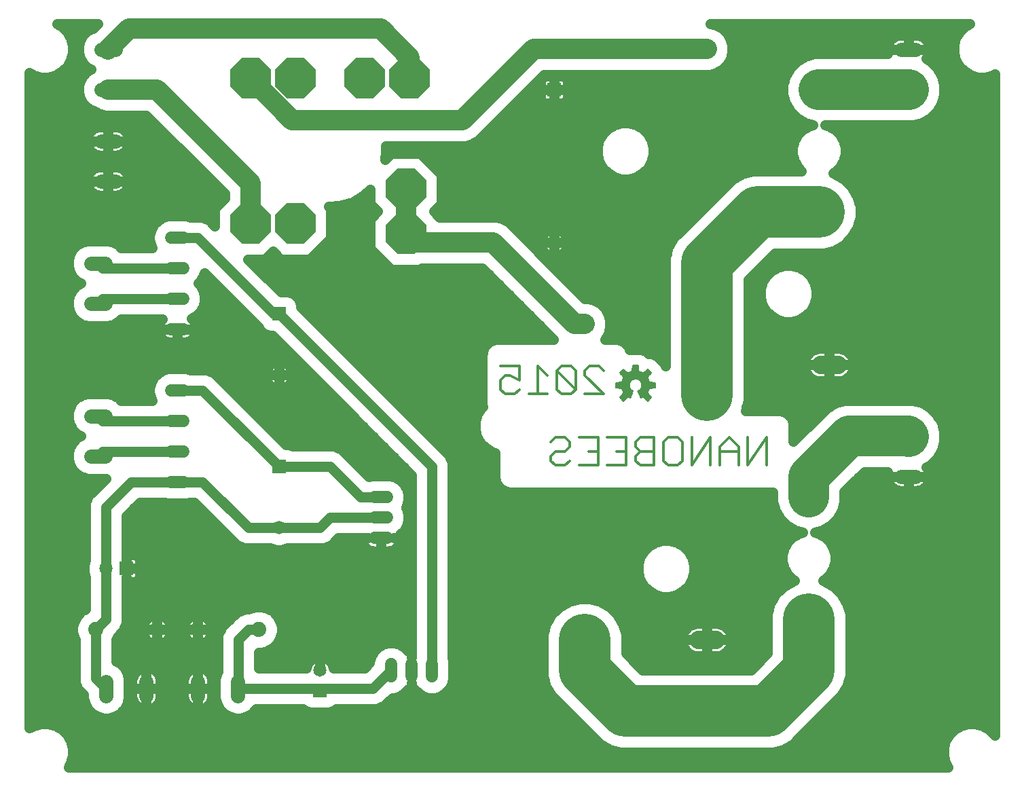
<source format=gbl>
G75*
%MOIN*%
%OFA0B0*%
%FSLAX24Y24*%
%IPPOS*%
%LPD*%
%AMOC8*
5,1,8,0,0,1.08239X$1,22.5*
%
%ADD10C,0.0120*%
%ADD11C,0.0600*%
%ADD12C,0.1000*%
%ADD13C,0.0740*%
%ADD14C,0.0700*%
%ADD15C,0.0660*%
%ADD16R,0.0650X0.0650*%
%ADD17C,0.0885*%
%ADD18OC8,0.2000*%
%ADD19C,0.0059*%
%ADD20C,0.0650*%
%ADD21C,0.0500*%
%ADD22C,0.2540*%
%ADD23C,0.2000*%
%ADD24C,0.0160*%
D10*
X024726Y019640D02*
X024726Y020101D01*
X024956Y020331D01*
X025186Y020331D01*
X025646Y020101D01*
X025646Y020791D01*
X024726Y020791D01*
X024726Y019640D02*
X024956Y019410D01*
X025416Y019410D01*
X025646Y019640D01*
X026107Y019410D02*
X027028Y019410D01*
X026567Y019410D02*
X026567Y020791D01*
X027028Y020331D01*
X027488Y020561D02*
X027718Y020791D01*
X028179Y020791D01*
X028409Y020561D01*
X028409Y019640D01*
X027488Y020561D01*
X027488Y019640D01*
X027718Y019410D01*
X028179Y019410D01*
X028409Y019640D01*
X028869Y019410D02*
X029790Y019410D01*
X028869Y020331D01*
X028869Y020561D01*
X029099Y020791D01*
X029560Y020791D01*
X029790Y020561D01*
X029963Y017291D02*
X030884Y017291D01*
X030884Y015910D01*
X029963Y015910D01*
X029503Y015910D02*
X028582Y015910D01*
X028122Y016140D02*
X027892Y015910D01*
X027431Y015910D01*
X027201Y016140D01*
X027201Y016370D01*
X027431Y016601D01*
X027892Y016601D01*
X028122Y016831D01*
X028122Y017061D01*
X027892Y017291D01*
X027431Y017291D01*
X027201Y017061D01*
X028582Y017291D02*
X029503Y017291D01*
X029503Y015910D01*
X029503Y016601D02*
X029043Y016601D01*
X030424Y016601D02*
X030884Y016601D01*
X031344Y016831D02*
X031344Y017061D01*
X031575Y017291D01*
X032265Y017291D01*
X032265Y015910D01*
X031575Y015910D01*
X031344Y016140D01*
X031344Y016370D01*
X031575Y016601D01*
X032265Y016601D01*
X032726Y016140D02*
X032726Y017061D01*
X032956Y017291D01*
X033416Y017291D01*
X033646Y017061D01*
X033646Y016140D01*
X033416Y015910D01*
X032956Y015910D01*
X032726Y016140D01*
X031575Y016601D02*
X031344Y016831D01*
X034107Y017291D02*
X034107Y015910D01*
X035028Y017291D01*
X035028Y015910D01*
X035488Y015910D02*
X035488Y016831D01*
X035948Y017291D01*
X036409Y016831D01*
X036409Y015910D01*
X036869Y015910D02*
X036869Y017291D01*
X036409Y016601D02*
X035488Y016601D01*
X036869Y015910D02*
X037790Y017291D01*
X037790Y015910D01*
D11*
X021350Y006150D02*
X021350Y005550D01*
X020350Y005550D02*
X020350Y006150D01*
X019350Y006150D02*
X019350Y005550D01*
X019150Y012350D02*
X018550Y012350D01*
X018550Y013350D02*
X019150Y013350D01*
X019150Y014350D02*
X018550Y014350D01*
X009150Y015100D02*
X008550Y015100D01*
X008550Y016600D02*
X009150Y016600D01*
X009150Y018100D02*
X008550Y018100D01*
X008550Y019600D02*
X009150Y019600D01*
X009150Y022600D02*
X008550Y022600D01*
X008550Y024100D02*
X009150Y024100D01*
X009150Y025600D02*
X008550Y025600D01*
X008550Y027100D02*
X009150Y027100D01*
D12*
X012440Y027790D02*
X012440Y029760D01*
X007850Y034350D01*
X005472Y034350D01*
X005456Y034366D01*
X005456Y036334D02*
X006472Y037350D01*
X018850Y037350D01*
X020260Y035940D01*
X020260Y034910D01*
X022850Y032850D02*
X024350Y034350D01*
X026350Y036350D01*
X034850Y036350D01*
X039850Y034350D02*
X040850Y034350D01*
X040850Y028350D02*
X039850Y028350D01*
X028850Y022850D02*
X028350Y022850D01*
X024350Y026850D01*
X020350Y026850D01*
X020100Y027100D01*
X020100Y029450D01*
X020070Y029480D01*
X022850Y032850D02*
X014500Y032850D01*
X012440Y034910D01*
X039350Y014350D02*
X040350Y014350D01*
X040350Y008350D02*
X039350Y008350D01*
D13*
X028850Y005850D03*
X012850Y007850D03*
X009850Y007850D03*
X007850Y007850D03*
X004850Y007850D03*
X028850Y022850D03*
X034850Y019350D03*
X034850Y036350D03*
D14*
X044394Y036334D02*
X045094Y036334D01*
X045094Y034366D02*
X044394Y034366D01*
X044394Y017334D02*
X045094Y017334D01*
X045094Y015366D02*
X044394Y015366D01*
X011834Y005306D02*
X011834Y004606D01*
X009866Y004606D02*
X009866Y005306D01*
X007334Y005306D02*
X007334Y004606D01*
X005366Y004606D02*
X005366Y005306D01*
X005306Y016366D02*
X004606Y016366D01*
X004606Y018334D02*
X005306Y018334D01*
X005306Y023866D02*
X004606Y023866D01*
X004606Y025834D02*
X005306Y025834D01*
X005106Y029866D02*
X005806Y029866D01*
X005806Y031834D02*
X005106Y031834D01*
X005106Y034366D02*
X005806Y034366D01*
X005806Y036334D02*
X005106Y036334D01*
D15*
X024350Y034350D03*
X027350Y026850D03*
X013850Y020350D03*
X013850Y012850D03*
D16*
X013850Y015850D03*
X006350Y010850D03*
X015850Y004850D03*
X013850Y023350D03*
X024350Y026850D03*
X027350Y034350D03*
D17*
X034408Y020850D02*
X035293Y020850D01*
X040408Y020850D02*
X041293Y020850D01*
X035293Y007350D02*
X034408Y007350D01*
X029293Y007350D02*
X028408Y007350D01*
D18*
X020070Y027280D03*
X020070Y029480D03*
X014640Y027790D03*
X012440Y027790D03*
X012440Y034910D03*
X014640Y034910D03*
X018060Y034910D03*
X020260Y034910D03*
D19*
X030744Y020626D02*
X030574Y020456D01*
X030776Y020209D01*
X030725Y020109D01*
X030691Y020002D01*
X030373Y019970D01*
X030373Y019730D01*
X030691Y019698D01*
X030725Y019591D01*
X030776Y019491D01*
X030574Y019244D01*
X030744Y019074D01*
X030991Y019276D01*
X031091Y019225D01*
X031232Y019566D01*
X031179Y019594D01*
X031132Y019632D01*
X031094Y019679D01*
X031066Y019732D01*
X031048Y019790D01*
X031042Y019850D01*
X031049Y019913D01*
X031068Y019973D01*
X031099Y020028D01*
X031141Y020075D01*
X031191Y020113D01*
X031248Y020140D01*
X031310Y020155D01*
X031373Y020157D01*
X031435Y020146D01*
X031494Y020122D01*
X031546Y020087D01*
X031590Y020042D01*
X031625Y019989D01*
X031647Y019930D01*
X031657Y019867D01*
X031654Y019804D01*
X031638Y019743D01*
X031610Y019686D01*
X031572Y019637D01*
X031523Y019596D01*
X031468Y019566D01*
X031609Y019225D01*
X031709Y019276D01*
X031956Y019074D01*
X032126Y019244D01*
X031924Y019491D01*
X031975Y019591D01*
X032009Y019698D01*
X032327Y019730D01*
X032327Y019970D01*
X032009Y020002D01*
X031975Y020109D01*
X031924Y020209D01*
X032126Y020456D01*
X031956Y020626D01*
X031709Y020424D01*
X031609Y020475D01*
X031502Y020509D01*
X031470Y020827D01*
X031230Y020827D01*
X031198Y020509D01*
X031091Y020475D01*
X030991Y020424D01*
X030744Y020626D01*
X030699Y020581D02*
X030799Y020581D01*
X030870Y020523D02*
X030641Y020523D01*
X030584Y020466D02*
X030940Y020466D01*
X031072Y020466D02*
X031628Y020466D01*
X031760Y020466D02*
X032116Y020466D01*
X032086Y020408D02*
X030614Y020408D01*
X030661Y020350D02*
X032039Y020350D01*
X031993Y020293D02*
X030707Y020293D01*
X030754Y020235D02*
X031946Y020235D01*
X031940Y020178D02*
X030760Y020178D01*
X030731Y020120D02*
X031206Y020120D01*
X031129Y020063D02*
X030710Y020063D01*
X030692Y020005D02*
X031086Y020005D01*
X031060Y019948D02*
X030373Y019948D01*
X030373Y019890D02*
X031047Y019890D01*
X031044Y019832D02*
X030373Y019832D01*
X030373Y019775D02*
X031053Y019775D01*
X031074Y019717D02*
X030499Y019717D01*
X030703Y019660D02*
X031110Y019660D01*
X031169Y019602D02*
X030721Y019602D01*
X030749Y019545D02*
X031223Y019545D01*
X031200Y019487D02*
X030773Y019487D01*
X030726Y019430D02*
X031176Y019430D01*
X031152Y019372D02*
X030679Y019372D01*
X030632Y019314D02*
X031128Y019314D01*
X031104Y019257D02*
X031029Y019257D01*
X030968Y019257D02*
X030585Y019257D01*
X030619Y019199D02*
X030897Y019199D01*
X030827Y019142D02*
X030677Y019142D01*
X030734Y019084D02*
X030756Y019084D01*
X031524Y019430D02*
X031974Y019430D01*
X031927Y019487D02*
X031500Y019487D01*
X031477Y019545D02*
X031951Y019545D01*
X031979Y019602D02*
X031531Y019602D01*
X031590Y019660D02*
X031997Y019660D01*
X032201Y019717D02*
X031626Y019717D01*
X031647Y019775D02*
X032327Y019775D01*
X032327Y019832D02*
X031655Y019832D01*
X031653Y019890D02*
X032327Y019890D01*
X032327Y019948D02*
X031640Y019948D01*
X031614Y020005D02*
X032008Y020005D01*
X031990Y020063D02*
X031570Y020063D01*
X031496Y020120D02*
X031969Y020120D01*
X032059Y020523D02*
X031830Y020523D01*
X031901Y020581D02*
X032001Y020581D01*
X031501Y020523D02*
X031199Y020523D01*
X031205Y020581D02*
X031495Y020581D01*
X031489Y020638D02*
X031211Y020638D01*
X031217Y020696D02*
X031483Y020696D01*
X031477Y020753D02*
X031223Y020753D01*
X031228Y020811D02*
X031472Y020811D01*
X031548Y019372D02*
X032021Y019372D01*
X032068Y019314D02*
X031572Y019314D01*
X031596Y019257D02*
X031671Y019257D01*
X031732Y019257D02*
X032115Y019257D01*
X032081Y019199D02*
X031803Y019199D01*
X031873Y019142D02*
X032023Y019142D01*
X031966Y019084D02*
X031944Y019084D01*
D20*
X015850Y005850D03*
X005350Y010850D03*
D21*
X003454Y002697D02*
X003636Y002383D01*
X003730Y002032D01*
X003730Y001668D01*
X003636Y001317D01*
X003510Y001100D01*
X046690Y001100D01*
X046564Y001317D01*
X046470Y001668D01*
X046470Y002032D01*
X046564Y002383D01*
X046746Y002697D01*
X047003Y002954D01*
X047317Y003136D01*
X047668Y003230D01*
X048032Y003230D01*
X048383Y003136D01*
X048697Y002954D01*
X048954Y002697D01*
X048970Y002670D01*
X048970Y035115D01*
X048883Y035064D01*
X048532Y034970D01*
X048168Y034970D01*
X047817Y035064D01*
X047503Y035246D01*
X047246Y035503D01*
X047064Y035817D01*
X046970Y036168D01*
X046970Y036532D01*
X047064Y036883D01*
X047246Y037197D01*
X047503Y037454D01*
X047748Y037596D01*
X035029Y037596D01*
X035332Y037515D01*
X035618Y037350D01*
X035850Y037118D01*
X036015Y036832D01*
X036100Y036515D01*
X036100Y036185D01*
X036015Y035868D01*
X035850Y035582D01*
X035618Y035350D01*
X035332Y035185D01*
X035015Y035100D01*
X026868Y035100D01*
X025118Y033350D01*
X025118Y033350D01*
X023618Y031850D01*
X023332Y031685D01*
X023015Y031600D01*
X019071Y031600D01*
X019100Y031350D01*
X019052Y030937D01*
X019345Y031230D01*
X020795Y031230D01*
X021820Y030205D01*
X021820Y028755D01*
X021445Y028380D01*
X021725Y028100D01*
X024515Y028100D01*
X024832Y028015D01*
X025118Y027850D01*
X028868Y024100D01*
X029015Y024100D01*
X029332Y024015D01*
X029618Y023850D01*
X029850Y023618D01*
X030015Y023332D01*
X030100Y023015D01*
X030100Y022685D01*
X030015Y022368D01*
X029860Y022100D01*
X030373Y022100D01*
X030418Y022097D01*
X030463Y022092D01*
X030507Y022084D01*
X030551Y022073D01*
X030595Y022059D01*
X030637Y022043D01*
X030678Y022025D01*
X030719Y022004D01*
X030757Y021980D01*
X030795Y021954D01*
X030830Y021926D01*
X030864Y021896D01*
X030896Y021864D01*
X030926Y021830D01*
X030954Y021795D01*
X030980Y021757D01*
X031004Y021719D01*
X031025Y021678D01*
X031043Y021637D01*
X031058Y021599D01*
X031075Y021606D01*
X031116Y021606D01*
X031155Y021618D01*
X031270Y021606D01*
X031430Y021606D01*
X031545Y021618D01*
X031584Y021606D01*
X031625Y021606D01*
X031732Y021562D01*
X031843Y021529D01*
X031874Y021503D01*
X031912Y021488D01*
X031993Y021406D01*
X031994Y021405D01*
X031996Y021405D01*
X032111Y021405D01*
X032149Y021390D01*
X032189Y021385D01*
X032291Y021331D01*
X032398Y021286D01*
X032426Y021258D01*
X032462Y021238D01*
X032535Y021149D01*
X032649Y021035D01*
X032738Y020962D01*
X032758Y020926D01*
X032786Y020898D01*
X032830Y020792D01*
X032830Y026116D01*
X032968Y026630D01*
X033234Y027090D01*
X033610Y027466D01*
X036110Y029966D01*
X036570Y030232D01*
X037084Y030370D01*
X039492Y030370D01*
X039310Y030552D01*
X039139Y030848D01*
X039050Y031179D01*
X039050Y031521D01*
X039139Y031852D01*
X039310Y032148D01*
X039552Y032390D01*
X039848Y032561D01*
X040056Y032617D01*
X039675Y032719D01*
X039275Y032950D01*
X038950Y033275D01*
X038719Y033675D01*
X038600Y034120D01*
X038600Y034580D01*
X038719Y035025D01*
X038950Y035425D01*
X038965Y035440D01*
X039291Y035766D01*
X039690Y035996D01*
X040135Y036116D01*
X043728Y036116D01*
X043706Y036197D01*
X043694Y036288D01*
X043694Y036334D01*
X044744Y036334D01*
X044744Y036334D01*
X045794Y036334D01*
X045794Y036288D01*
X045782Y036197D01*
X045758Y036109D01*
X045723Y036024D01*
X045677Y035945D01*
X045625Y035877D01*
X045818Y035766D01*
X046144Y035440D01*
X046374Y035041D01*
X046494Y034596D01*
X046494Y034135D01*
X046374Y033690D01*
X046144Y033291D01*
X045818Y032965D01*
X045419Y032735D01*
X044974Y032616D01*
X040649Y032616D01*
X040852Y032561D01*
X041148Y032390D01*
X041390Y032148D01*
X041561Y031852D01*
X041650Y031521D01*
X041650Y031179D01*
X041561Y030848D01*
X041390Y030552D01*
X041148Y030310D01*
X041051Y030253D01*
X041130Y030232D01*
X041590Y029966D01*
X041966Y029590D01*
X042232Y029130D01*
X042370Y028616D01*
X042370Y028084D01*
X042232Y027570D01*
X041966Y027110D01*
X041590Y026734D01*
X041130Y026468D01*
X040616Y026330D01*
X038187Y026330D01*
X036870Y025013D01*
X036870Y019084D01*
X036740Y018600D01*
X038373Y018600D01*
X038418Y018597D01*
X038463Y018592D01*
X038507Y018584D01*
X038551Y018573D01*
X038595Y018559D01*
X038637Y018543D01*
X038678Y018525D01*
X038719Y018504D01*
X038757Y018480D01*
X038795Y018454D01*
X038830Y018426D01*
X038864Y018396D01*
X038896Y018364D01*
X038926Y018330D01*
X038954Y018295D01*
X038980Y018257D01*
X039004Y018219D01*
X039025Y018178D01*
X039043Y018137D01*
X039059Y018095D01*
X039073Y018051D01*
X039084Y018007D01*
X039092Y017963D01*
X039097Y017918D01*
X039100Y017873D01*
X039100Y017075D01*
X040775Y018750D01*
X041175Y018981D01*
X041620Y019100D01*
X044958Y019100D01*
X045403Y018981D01*
X045802Y018750D01*
X046128Y018425D01*
X046144Y018409D01*
X046374Y018010D01*
X046494Y017565D01*
X046494Y017104D01*
X046374Y016659D01*
X046144Y016260D01*
X045818Y015934D01*
X045625Y015823D01*
X045677Y015755D01*
X045723Y015676D01*
X045758Y015591D01*
X045782Y015503D01*
X045794Y015412D01*
X045794Y015366D01*
X044744Y015366D01*
X044744Y015366D01*
X045794Y015366D01*
X045794Y015320D01*
X045782Y015229D01*
X045758Y015140D01*
X045723Y015055D01*
X045677Y014976D01*
X045621Y014903D01*
X045556Y014838D01*
X045483Y014782D01*
X045404Y014737D01*
X045319Y014701D01*
X045231Y014678D01*
X045140Y014666D01*
X044744Y014666D01*
X044744Y015366D01*
X044744Y015366D01*
X044744Y015366D01*
X043694Y015366D01*
X043694Y015412D01*
X043706Y015503D01*
X043729Y015591D01*
X043733Y015600D01*
X042575Y015600D01*
X041600Y014625D01*
X041600Y014120D01*
X041481Y013675D01*
X041250Y013275D01*
X040925Y012950D01*
X040525Y012719D01*
X040144Y012617D01*
X040352Y012561D01*
X040648Y012390D01*
X040890Y012148D01*
X041061Y011852D01*
X041150Y011521D01*
X041150Y011179D01*
X041061Y010848D01*
X040890Y010552D01*
X040648Y010310D01*
X040551Y010253D01*
X040630Y010232D01*
X041090Y009966D01*
X041466Y009590D01*
X041732Y009130D01*
X041870Y008616D01*
X041870Y005584D01*
X041732Y005070D01*
X041466Y004610D01*
X039466Y002610D01*
X039090Y002234D01*
X038630Y001968D01*
X038116Y001830D01*
X030584Y001830D01*
X030070Y001968D01*
X029610Y002234D01*
X027234Y004610D01*
X026968Y005070D01*
X026830Y005584D01*
X026830Y007616D01*
X026968Y008130D01*
X027234Y008590D01*
X027610Y008966D01*
X028070Y009232D01*
X028584Y009370D01*
X029116Y009370D01*
X029630Y009232D01*
X030090Y008966D01*
X030466Y008590D01*
X030732Y008130D01*
X030870Y007616D01*
X030870Y006687D01*
X031687Y005870D01*
X037013Y005870D01*
X037830Y006687D01*
X037830Y008616D01*
X037968Y009130D01*
X038234Y009590D01*
X038610Y009966D01*
X039070Y010232D01*
X039149Y010253D01*
X039052Y010310D01*
X038810Y010552D01*
X038639Y010848D01*
X038550Y011179D01*
X038550Y011521D01*
X038639Y011852D01*
X038810Y012148D01*
X039052Y012390D01*
X039348Y012561D01*
X039556Y012617D01*
X039175Y012719D01*
X038775Y012950D01*
X038450Y013275D01*
X038219Y013675D01*
X038100Y014120D01*
X038100Y014600D01*
X025186Y014600D01*
X025141Y014603D01*
X025096Y014608D01*
X025051Y014616D01*
X025007Y014627D01*
X024964Y014641D01*
X024922Y014657D01*
X024880Y014675D01*
X024840Y014696D01*
X024801Y014720D01*
X024764Y014746D01*
X024728Y014774D01*
X024694Y014804D01*
X024662Y014836D01*
X024632Y014870D01*
X024604Y014905D01*
X024579Y014943D01*
X024555Y014981D01*
X024534Y015022D01*
X024515Y015063D01*
X024499Y015105D01*
X024486Y015149D01*
X024475Y015193D01*
X024467Y015237D01*
X024461Y015282D01*
X024459Y015327D01*
X024459Y016526D01*
X024317Y016564D01*
X024003Y016746D01*
X023746Y017003D01*
X023564Y017317D01*
X023470Y017668D01*
X023470Y018032D01*
X023564Y018383D01*
X023746Y018697D01*
X023837Y018789D01*
X023835Y018827D01*
X023835Y021373D01*
X023838Y021418D01*
X023843Y021463D01*
X023851Y021507D01*
X023862Y021551D01*
X023876Y021595D01*
X023892Y021637D01*
X023910Y021678D01*
X023931Y021719D01*
X023955Y021757D01*
X023980Y021795D01*
X024008Y021830D01*
X024038Y021864D01*
X024071Y021896D01*
X024104Y021926D01*
X024140Y021954D01*
X024177Y021980D01*
X024216Y022004D01*
X024256Y022025D01*
X024298Y022043D01*
X024340Y022059D01*
X024383Y022073D01*
X024427Y022084D01*
X024472Y022092D01*
X024517Y022097D01*
X024562Y022100D01*
X027332Y022100D01*
X023832Y025600D01*
X020865Y025600D01*
X020795Y025530D01*
X019345Y025530D01*
X018320Y026555D01*
X018320Y028005D01*
X018695Y028380D01*
X018320Y028755D01*
X018320Y029453D01*
X017992Y029144D01*
X017992Y029144D01*
X017439Y028825D01*
X017439Y028825D01*
X016828Y028642D01*
X016828Y028642D01*
X016294Y028611D01*
X016390Y028515D01*
X016390Y027065D01*
X015365Y026040D01*
X013915Y026040D01*
X013540Y026415D01*
X013165Y026040D01*
X012324Y026040D01*
X013939Y024425D01*
X014324Y024425D01*
X014600Y024311D01*
X014811Y024100D01*
X014925Y023824D01*
X014925Y023689D01*
X021916Y016698D01*
X021916Y016698D01*
X022198Y016416D01*
X022350Y016049D01*
X022350Y006475D01*
X022400Y006288D01*
X022400Y005412D01*
X022328Y005145D01*
X022190Y004905D01*
X021995Y004710D01*
X021755Y004572D01*
X021488Y004500D01*
X021212Y004500D01*
X020945Y004572D01*
X020705Y004710D01*
X020510Y004905D01*
X020502Y004918D01*
X020477Y004911D01*
X020393Y004900D01*
X020350Y004900D01*
X020350Y005225D01*
X020350Y005225D01*
X020350Y004900D01*
X020307Y004900D01*
X020223Y004911D01*
X020198Y004918D01*
X020190Y004905D01*
X019995Y004710D01*
X019755Y004572D01*
X019488Y004500D01*
X019414Y004500D01*
X019304Y004390D01*
X019023Y004109D01*
X018655Y003956D01*
X016667Y003956D01*
X016600Y003889D01*
X016324Y003775D01*
X015376Y003775D01*
X015100Y003889D01*
X015033Y003956D01*
X012729Y003956D01*
X012714Y003931D01*
X012510Y003726D01*
X012259Y003581D01*
X011979Y003506D01*
X011689Y003506D01*
X011410Y003581D01*
X011159Y003726D01*
X010954Y003931D01*
X010809Y004182D01*
X010734Y004461D01*
X010734Y005451D01*
X010809Y005731D01*
X010850Y005802D01*
X010850Y007549D01*
X011002Y007916D01*
X011502Y008416D01*
X011784Y008698D01*
X012151Y008850D01*
X012342Y008850D01*
X012418Y008894D01*
X012703Y008970D01*
X012997Y008970D01*
X013282Y008894D01*
X013538Y008746D01*
X013746Y008538D01*
X013894Y008282D01*
X013970Y007997D01*
X013970Y007703D01*
X013894Y007418D01*
X013746Y007162D01*
X013538Y006954D01*
X013282Y006806D01*
X012997Y006730D01*
X012850Y006730D01*
X012850Y005956D01*
X015183Y005956D01*
X015187Y005982D01*
X015209Y006067D01*
X015243Y006149D01*
X015288Y006226D01*
X015341Y006296D01*
X015404Y006359D01*
X015474Y006412D01*
X015551Y006457D01*
X015633Y006491D01*
X015718Y006513D01*
X015806Y006525D01*
X015850Y006525D01*
X015850Y005956D01*
X015850Y006525D01*
X015894Y006525D01*
X015982Y006513D01*
X016067Y006491D01*
X016149Y006457D01*
X016226Y006412D01*
X016296Y006359D01*
X016359Y006296D01*
X016412Y006226D01*
X016457Y006149D01*
X016491Y006067D01*
X016513Y005982D01*
X016517Y005956D01*
X018042Y005956D01*
X018300Y006214D01*
X018300Y006288D01*
X018372Y006555D01*
X018510Y006795D01*
X018705Y006990D01*
X018945Y007128D01*
X019212Y007200D01*
X019488Y007200D01*
X019755Y007128D01*
X019995Y006990D01*
X020190Y006795D01*
X020198Y006782D01*
X020223Y006789D01*
X020307Y006800D01*
X020350Y006800D01*
X020350Y006475D01*
X020350Y006475D01*
X020350Y015436D01*
X013511Y022275D01*
X013376Y022275D01*
X013100Y022389D01*
X012889Y022600D01*
X012856Y022679D01*
X012752Y022784D01*
X010173Y025362D01*
X010128Y025195D01*
X009990Y024955D01*
X009885Y024850D01*
X009990Y024745D01*
X010128Y024505D01*
X010200Y024238D01*
X010200Y023962D01*
X010128Y023695D01*
X009990Y023455D01*
X009795Y023260D01*
X009555Y023122D01*
X009542Y023118D01*
X009579Y023090D01*
X009640Y023029D01*
X009692Y022962D01*
X009734Y022888D01*
X009767Y022809D01*
X009789Y022727D01*
X009800Y022643D01*
X009800Y022600D01*
X008850Y022600D01*
X008850Y022600D01*
X009800Y022600D01*
X009800Y022557D01*
X009789Y022473D01*
X009767Y022391D01*
X009734Y022312D01*
X009692Y022238D01*
X009640Y022171D01*
X009579Y022110D01*
X009512Y022058D01*
X009438Y022016D01*
X009359Y021983D01*
X009277Y021961D01*
X009193Y021950D01*
X008850Y021950D01*
X008850Y022600D01*
X008850Y022600D01*
X008850Y022600D01*
X007900Y022600D01*
X007900Y022643D01*
X007911Y022727D01*
X007933Y022809D01*
X007966Y022888D01*
X008008Y022962D01*
X008060Y023029D01*
X008121Y023090D01*
X008134Y023100D01*
X006096Y023100D01*
X005982Y022986D01*
X005731Y022841D01*
X005451Y022766D01*
X004461Y022766D01*
X004182Y022841D01*
X003931Y022986D01*
X003726Y023190D01*
X003581Y023441D01*
X003506Y023721D01*
X003506Y024011D01*
X003581Y024290D01*
X001600Y024290D01*
X001600Y024789D02*
X004005Y024789D01*
X003931Y024746D02*
X004111Y024850D01*
X003931Y024954D01*
X003726Y025159D01*
X003581Y025410D01*
X003506Y025689D01*
X003506Y025979D01*
X003581Y026259D01*
X003726Y026510D01*
X003931Y026714D01*
X004182Y026859D01*
X004461Y026934D01*
X005451Y026934D01*
X005731Y026859D01*
X005982Y026714D01*
X006096Y026600D01*
X007626Y026600D01*
X007572Y026695D01*
X007500Y026962D01*
X007500Y027238D01*
X007572Y027505D01*
X007710Y027745D01*
X007905Y027940D01*
X008145Y028078D01*
X008412Y028150D01*
X009288Y028150D01*
X009475Y028100D01*
X010049Y028100D01*
X010416Y027948D01*
X010690Y027674D01*
X010690Y028515D01*
X011190Y029015D01*
X011190Y029242D01*
X007332Y033100D01*
X005307Y033100D01*
X004990Y033185D01*
X004754Y033321D01*
X004682Y033341D01*
X004431Y033486D01*
X004226Y033690D01*
X004081Y033941D01*
X004006Y034221D01*
X004006Y034511D01*
X004081Y034790D01*
X004226Y035041D01*
X004431Y035246D01*
X004611Y035350D01*
X004431Y035454D01*
X004226Y035659D01*
X004081Y035910D01*
X004006Y036189D01*
X004006Y036479D01*
X004081Y036759D01*
X004226Y037010D01*
X004431Y037214D01*
X004682Y037359D01*
X004725Y037371D01*
X004950Y037596D01*
X002952Y037596D01*
X003197Y037454D01*
X003454Y037197D01*
X003636Y036883D01*
X003730Y036532D01*
X003730Y036168D01*
X003636Y035817D01*
X003454Y035503D01*
X003197Y035246D01*
X002883Y035064D01*
X002532Y034970D01*
X002168Y034970D01*
X001817Y035064D01*
X001600Y035190D01*
X001600Y003010D01*
X001817Y003136D01*
X002168Y003230D01*
X002532Y003230D01*
X002883Y003136D01*
X003197Y002954D01*
X003454Y002697D01*
X003297Y002854D02*
X028989Y002854D01*
X028490Y003353D02*
X001600Y003353D01*
X001600Y003851D02*
X004565Y003851D01*
X004486Y003931D02*
X004690Y003726D01*
X004941Y003581D01*
X005221Y003506D01*
X005511Y003506D01*
X005790Y003581D01*
X006041Y003726D01*
X006246Y003931D01*
X006391Y004182D01*
X006466Y004461D01*
X006466Y005451D01*
X006391Y005731D01*
X006246Y005982D01*
X006041Y006187D01*
X005850Y006297D01*
X005850Y007342D01*
X005894Y007418D01*
X005916Y007502D01*
X005916Y007502D01*
X005916Y007502D01*
X006198Y007784D01*
X006350Y008151D01*
X006350Y010432D01*
X006350Y010432D01*
X006350Y010175D01*
X006709Y010175D01*
X006777Y010188D01*
X006841Y010215D01*
X006898Y010253D01*
X006947Y010302D01*
X006985Y010359D01*
X007012Y010423D01*
X007025Y010491D01*
X007025Y010850D01*
X007025Y011209D01*
X007012Y011277D01*
X006985Y011341D01*
X006947Y011398D01*
X006898Y011447D01*
X006841Y011485D01*
X006777Y011512D01*
X006709Y011525D01*
X006350Y011525D01*
X006350Y011268D01*
X006350Y013436D01*
X007014Y014100D01*
X008225Y014100D01*
X008412Y014050D01*
X009288Y014050D01*
X009475Y014100D01*
X009686Y014100D01*
X011502Y012284D01*
X011784Y012002D01*
X012151Y011850D01*
X013422Y011850D01*
X013433Y011844D01*
X013708Y011770D01*
X013992Y011770D01*
X014267Y011844D01*
X014278Y011850D01*
X016049Y011850D01*
X016416Y012002D01*
X016764Y012350D01*
X018225Y012350D01*
X018225Y012350D01*
X017900Y012350D01*
X017900Y012307D01*
X017911Y012223D01*
X017933Y012141D01*
X017966Y012062D01*
X018008Y011988D01*
X018060Y011921D01*
X018121Y011860D01*
X018188Y011808D01*
X018262Y011766D01*
X018341Y011733D01*
X018423Y011711D01*
X018507Y011700D01*
X018850Y011700D01*
X019193Y011700D01*
X019277Y011711D01*
X019359Y011733D01*
X019438Y011766D01*
X019512Y011808D01*
X019579Y011860D01*
X019640Y011921D01*
X019692Y011988D01*
X019734Y012062D01*
X019767Y012141D01*
X019789Y012223D01*
X019800Y012307D01*
X019800Y012350D01*
X019800Y012393D01*
X019789Y012477D01*
X019782Y012502D01*
X019795Y012510D01*
X019990Y012705D01*
X020128Y012945D01*
X020200Y013212D01*
X020200Y013488D01*
X020128Y013755D01*
X020074Y013850D01*
X020128Y013945D01*
X020200Y014212D01*
X020200Y014488D01*
X020128Y014755D01*
X019990Y014995D01*
X019795Y015190D01*
X019555Y015328D01*
X019288Y015400D01*
X018412Y015400D01*
X018256Y015358D01*
X017198Y016416D01*
X016916Y016698D01*
X016549Y016850D01*
X014505Y016850D01*
X014324Y016925D01*
X014189Y016925D01*
X010948Y020166D01*
X010666Y020448D01*
X010299Y020600D01*
X009475Y020600D01*
X009288Y020650D01*
X008412Y020650D01*
X008145Y020578D01*
X007905Y020440D01*
X007710Y020245D01*
X007572Y020005D01*
X007500Y019738D01*
X007500Y019462D01*
X007572Y019195D01*
X007626Y019100D01*
X006096Y019100D01*
X005982Y019214D01*
X005731Y019359D01*
X005451Y019434D01*
X004461Y019434D01*
X004182Y019359D01*
X003931Y019214D01*
X003726Y019010D01*
X003581Y018759D01*
X003506Y018479D01*
X003506Y018189D01*
X003581Y017910D01*
X003726Y017659D01*
X003931Y017454D01*
X004111Y017350D01*
X003931Y017246D01*
X003726Y017041D01*
X003581Y016790D01*
X003506Y016511D01*
X003506Y016221D01*
X003581Y015941D01*
X003726Y015690D01*
X003931Y015486D01*
X004182Y015341D01*
X004461Y015266D01*
X005352Y015266D01*
X004784Y014698D01*
X004784Y014698D01*
X004502Y014416D01*
X004350Y014049D01*
X004350Y011268D01*
X004348Y011265D01*
X004275Y010992D01*
X004275Y010708D01*
X004348Y010435D01*
X004350Y010432D01*
X004350Y008855D01*
X004162Y008746D01*
X003954Y008538D01*
X003806Y008282D01*
X003730Y007997D01*
X003730Y007703D01*
X003806Y007418D01*
X003850Y007342D01*
X003850Y005273D01*
X004002Y004906D01*
X004266Y004642D01*
X004266Y004461D01*
X004341Y004182D01*
X004486Y003931D01*
X004296Y004350D02*
X001600Y004350D01*
X001600Y004849D02*
X004059Y004849D01*
X003850Y005347D02*
X001600Y005347D01*
X001600Y005846D02*
X003850Y005846D01*
X003850Y006344D02*
X001600Y006344D01*
X001600Y006843D02*
X003850Y006843D01*
X003850Y007341D02*
X001600Y007341D01*
X001600Y007840D02*
X003730Y007840D01*
X003838Y008338D02*
X001600Y008338D01*
X001600Y008837D02*
X004319Y008837D01*
X004350Y009335D02*
X001600Y009335D01*
X001600Y009834D02*
X004350Y009834D01*
X004350Y010332D02*
X001600Y010332D01*
X001600Y010831D02*
X004275Y010831D01*
X004350Y011329D02*
X001600Y011329D01*
X001600Y011828D02*
X004350Y011828D01*
X004350Y012326D02*
X001600Y012326D01*
X001600Y012825D02*
X004350Y012825D01*
X004350Y013323D02*
X001600Y013323D01*
X001600Y013822D02*
X004350Y013822D01*
X004462Y014320D02*
X001600Y014320D01*
X001600Y014819D02*
X004904Y014819D01*
X004270Y015317D02*
X001600Y015317D01*
X001600Y015816D02*
X003654Y015816D01*
X003506Y016314D02*
X001600Y016314D01*
X001600Y016813D02*
X003594Y016813D01*
X004044Y017311D02*
X001600Y017311D01*
X001600Y017810D02*
X003639Y017810D01*
X003506Y018308D02*
X001600Y018308D01*
X001600Y018807D02*
X003609Y018807D01*
X004088Y019305D02*
X001600Y019305D01*
X001600Y019804D02*
X007517Y019804D01*
X007767Y020302D02*
X001600Y020302D01*
X001600Y020801D02*
X013339Y020801D01*
X013338Y020799D02*
X013283Y020729D01*
X013239Y020651D01*
X013205Y020569D01*
X013182Y020483D01*
X013170Y020395D01*
X013170Y020350D01*
X013850Y020350D01*
X013850Y020350D01*
X013850Y021030D01*
X013895Y021030D01*
X013983Y021018D01*
X014069Y020995D01*
X014151Y020961D01*
X014229Y020917D01*
X014299Y020862D01*
X014362Y020799D01*
X014417Y020729D01*
X014461Y020651D01*
X014495Y020569D01*
X014518Y020483D01*
X014530Y020395D01*
X014530Y020350D01*
X013850Y020350D01*
X013850Y020350D01*
X013850Y020350D01*
X013850Y021030D01*
X013805Y021030D01*
X013717Y021018D01*
X013631Y020995D01*
X013549Y020961D01*
X013471Y020917D01*
X013401Y020862D01*
X013338Y020799D01*
X013170Y020350D02*
X013170Y020305D01*
X013182Y020217D01*
X013205Y020131D01*
X013239Y020049D01*
X013283Y019971D01*
X013338Y019901D01*
X013401Y019838D01*
X013471Y019783D01*
X013549Y019739D01*
X013631Y019705D01*
X013717Y019682D01*
X013805Y019670D01*
X013850Y019670D01*
X013895Y019670D01*
X013983Y019682D01*
X014069Y019705D01*
X014151Y019739D01*
X014229Y019783D01*
X014299Y019838D01*
X014362Y019901D01*
X014417Y019971D01*
X014461Y020049D01*
X014495Y020131D01*
X014518Y020217D01*
X014530Y020305D01*
X014530Y020350D01*
X013850Y020350D01*
X013850Y019670D01*
X013850Y020350D01*
X013850Y020350D01*
X013170Y020350D01*
X013170Y020302D02*
X010812Y020302D01*
X011311Y019804D02*
X013445Y019804D01*
X013850Y019804D02*
X013850Y019804D01*
X014255Y019804D02*
X015982Y019804D01*
X015484Y020302D02*
X014530Y020302D01*
X014361Y020801D02*
X014985Y020801D01*
X014487Y021299D02*
X001600Y021299D01*
X001600Y021798D02*
X013988Y021798D01*
X013325Y022296D02*
X009725Y022296D01*
X009771Y022795D02*
X012741Y022795D01*
X012243Y023293D02*
X009828Y023293D01*
X010154Y023792D02*
X011744Y023792D01*
X011246Y024290D02*
X010186Y024290D01*
X009946Y024789D02*
X010747Y024789D01*
X010249Y025287D02*
X010153Y025287D01*
X008850Y025600D02*
X005191Y025600D01*
X004956Y025834D01*
X004049Y026783D02*
X001600Y026783D01*
X001600Y027281D02*
X007511Y027281D01*
X007548Y026783D02*
X005864Y026783D01*
X007745Y027780D02*
X001600Y027780D01*
X001600Y028278D02*
X010690Y028278D01*
X010952Y028777D02*
X001600Y028777D01*
X001600Y029275D02*
X004729Y029275D01*
X004717Y029282D02*
X004796Y029237D01*
X004881Y029201D01*
X004969Y029178D01*
X005060Y029166D01*
X005456Y029166D01*
X005456Y029866D01*
X005456Y030566D01*
X005060Y030566D01*
X004969Y030554D01*
X004881Y030530D01*
X004796Y030495D01*
X004717Y030449D01*
X004644Y030393D01*
X004579Y030328D01*
X004523Y030255D01*
X004477Y030176D01*
X004442Y030091D01*
X004418Y030003D01*
X004406Y029912D01*
X004406Y029866D01*
X005456Y029866D01*
X005456Y029866D01*
X005456Y029866D01*
X004406Y029866D01*
X004406Y029820D01*
X004418Y029729D01*
X004442Y029640D01*
X004477Y029555D01*
X004523Y029476D01*
X004579Y029403D01*
X004644Y029338D01*
X004717Y029282D01*
X004412Y029774D02*
X001600Y029774D01*
X001600Y030272D02*
X004536Y030272D01*
X005456Y030272D02*
X005456Y030272D01*
X005456Y030566D02*
X005456Y029866D01*
X005456Y029866D01*
X006506Y029866D01*
X006506Y029912D01*
X006494Y030003D01*
X006471Y030091D01*
X006435Y030176D01*
X006390Y030255D01*
X006334Y030328D01*
X006269Y030393D01*
X006196Y030449D01*
X006117Y030495D01*
X006032Y030530D01*
X005943Y030554D01*
X005852Y030566D01*
X005456Y030566D01*
X005456Y029866D02*
X005456Y029866D01*
X005456Y029166D01*
X005852Y029166D01*
X005943Y029178D01*
X006032Y029201D01*
X006117Y029237D01*
X006196Y029282D01*
X006269Y029338D01*
X006334Y029403D01*
X006390Y029476D01*
X006435Y029555D01*
X006471Y029640D01*
X006494Y029729D01*
X006506Y029820D01*
X006506Y029866D01*
X005456Y029866D01*
X005456Y029774D02*
X005456Y029774D01*
X005456Y029275D02*
X005456Y029275D01*
X006183Y029275D02*
X011157Y029275D01*
X010659Y029774D02*
X006500Y029774D01*
X006377Y030272D02*
X010160Y030272D01*
X009662Y030771D02*
X001600Y030771D01*
X001600Y031269D02*
X004693Y031269D01*
X004717Y031251D02*
X004796Y031205D01*
X004881Y031170D01*
X004969Y031146D01*
X005060Y031134D01*
X005456Y031134D01*
X005456Y031834D01*
X004406Y031834D01*
X004406Y031788D01*
X004418Y031697D01*
X004442Y031609D01*
X004477Y031524D01*
X004523Y031445D01*
X004579Y031372D01*
X004644Y031307D01*
X004717Y031251D01*
X004409Y031768D02*
X001600Y031768D01*
X001600Y032266D02*
X004555Y032266D01*
X004579Y032297D02*
X004523Y032224D01*
X004477Y032145D01*
X004442Y032060D01*
X004418Y031971D01*
X004406Y031880D01*
X004406Y031834D01*
X005456Y031834D01*
X005456Y031834D01*
X005456Y031834D01*
X005456Y031134D01*
X005852Y031134D01*
X005943Y031146D01*
X006032Y031170D01*
X006117Y031205D01*
X006196Y031251D01*
X006269Y031307D01*
X006334Y031372D01*
X006390Y031445D01*
X006435Y031524D01*
X006471Y031609D01*
X006494Y031697D01*
X006506Y031788D01*
X006506Y031834D01*
X005456Y031834D01*
X005456Y032534D01*
X005060Y032534D01*
X004969Y032522D01*
X004881Y032499D01*
X004796Y032463D01*
X004717Y032418D01*
X004644Y032362D01*
X004579Y032297D01*
X005456Y032266D02*
X005456Y032266D01*
X005456Y032534D02*
X005456Y031834D01*
X005456Y031834D01*
X005456Y031834D01*
X006506Y031834D01*
X006506Y031880D01*
X006494Y031971D01*
X006471Y032060D01*
X006435Y032145D01*
X006390Y032224D01*
X006334Y032297D01*
X006269Y032362D01*
X006196Y032418D01*
X006117Y032463D01*
X006032Y032499D01*
X005943Y032522D01*
X005852Y032534D01*
X005456Y032534D01*
X005456Y031768D02*
X005456Y031768D01*
X005456Y031269D02*
X005456Y031269D01*
X006220Y031269D02*
X009163Y031269D01*
X008665Y031768D02*
X006504Y031768D01*
X006357Y032266D02*
X008166Y032266D01*
X007668Y032765D02*
X001600Y032765D01*
X001600Y033263D02*
X004855Y033263D01*
X004185Y033762D02*
X001600Y033762D01*
X001600Y034260D02*
X004006Y034260D01*
X004073Y034759D02*
X001600Y034759D01*
X003209Y035257D02*
X004450Y035257D01*
X004170Y035756D02*
X003600Y035756D01*
X003730Y036254D02*
X004006Y036254D01*
X004080Y036753D02*
X003671Y036753D01*
X003400Y037251D02*
X004494Y037251D01*
X016390Y028278D02*
X018593Y028278D01*
X018320Y028777D02*
X017278Y028777D01*
X018131Y029275D02*
X018320Y029275D01*
X018320Y027780D02*
X016390Y027780D01*
X016390Y027281D02*
X018320Y027281D01*
X018320Y026783D02*
X016107Y026783D01*
X015609Y026284D02*
X018591Y026284D01*
X019090Y025786D02*
X012579Y025786D01*
X013077Y025287D02*
X024145Y025287D01*
X024644Y024789D02*
X013576Y024789D01*
X014621Y024290D02*
X025142Y024290D01*
X025641Y023792D02*
X014925Y023792D01*
X015321Y023293D02*
X026139Y023293D01*
X026638Y022795D02*
X015820Y022795D01*
X016318Y022296D02*
X027136Y022296D01*
X028678Y024290D02*
X032830Y024290D01*
X032830Y024789D02*
X028179Y024789D01*
X027681Y025287D02*
X032830Y025287D01*
X032830Y025786D02*
X027182Y025786D01*
X027217Y026182D02*
X027305Y026170D01*
X027350Y026170D01*
X027395Y026170D01*
X027483Y026182D01*
X027569Y026205D01*
X027651Y026239D01*
X027729Y026283D01*
X027799Y026338D01*
X027862Y026401D01*
X027917Y026471D01*
X027961Y026549D01*
X027995Y026631D01*
X028018Y026717D01*
X028030Y026805D01*
X028030Y026850D01*
X028030Y026895D01*
X028018Y026983D01*
X027995Y027069D01*
X027961Y027151D01*
X027917Y027229D01*
X027862Y027299D01*
X027799Y027362D01*
X027729Y027417D01*
X027651Y027461D01*
X027569Y027495D01*
X027483Y027518D01*
X027395Y027530D01*
X027350Y027530D01*
X027350Y026850D01*
X028030Y026850D01*
X027350Y026850D01*
X027350Y026850D01*
X027350Y026850D01*
X027350Y026170D01*
X027350Y026850D01*
X027350Y026850D01*
X027350Y026850D01*
X026670Y026850D01*
X026670Y026895D01*
X026682Y026983D01*
X026705Y027069D01*
X026739Y027151D01*
X026783Y027229D01*
X026838Y027299D01*
X026901Y027362D01*
X026971Y027417D01*
X027049Y027461D01*
X027131Y027495D01*
X027217Y027518D01*
X027305Y027530D01*
X027350Y027530D01*
X027350Y026850D01*
X026670Y026850D01*
X026670Y026805D01*
X026682Y026717D01*
X026705Y026631D01*
X026739Y026549D01*
X026783Y026471D01*
X026838Y026401D01*
X026901Y026338D01*
X026971Y026283D01*
X027049Y026239D01*
X027131Y026205D01*
X027217Y026182D01*
X027350Y026284D02*
X027350Y026284D01*
X027729Y026284D02*
X032875Y026284D01*
X033056Y026783D02*
X028027Y026783D01*
X027876Y027281D02*
X033424Y027281D01*
X033923Y027780D02*
X025188Y027780D01*
X025687Y027281D02*
X026824Y027281D01*
X026673Y026783D02*
X026185Y026783D01*
X026684Y026284D02*
X026971Y026284D01*
X027350Y026783D02*
X027350Y026783D01*
X027350Y027281D02*
X027350Y027281D01*
X030003Y030246D02*
X030317Y030064D01*
X030668Y029970D01*
X031032Y029970D01*
X031383Y030064D01*
X031697Y030246D01*
X031954Y030503D01*
X032136Y030817D01*
X032230Y031168D01*
X032230Y031532D01*
X032136Y031883D01*
X031954Y032197D01*
X031697Y032454D01*
X031383Y032636D01*
X031032Y032730D01*
X030668Y032730D01*
X030317Y032636D01*
X030003Y032454D01*
X029746Y032197D01*
X029564Y031883D01*
X029470Y031532D01*
X029470Y031168D01*
X029564Y030817D01*
X029746Y030503D01*
X030003Y030246D01*
X029976Y030272D02*
X021753Y030272D01*
X021254Y030771D02*
X029591Y030771D01*
X029470Y031269D02*
X019091Y031269D01*
X021820Y029774D02*
X035917Y029774D01*
X035418Y029275D02*
X021820Y029275D01*
X021820Y028777D02*
X034920Y028777D01*
X034421Y028278D02*
X021547Y028278D01*
X023475Y031768D02*
X029533Y031768D01*
X029815Y032266D02*
X024034Y032266D01*
X024532Y032765D02*
X039596Y032765D01*
X039428Y032266D02*
X031885Y032266D01*
X032167Y031768D02*
X039116Y031768D01*
X039050Y031269D02*
X032230Y031269D01*
X032109Y030771D02*
X039183Y030771D01*
X041083Y030272D02*
X048970Y030272D01*
X048970Y030771D02*
X041517Y030771D01*
X041650Y031269D02*
X048970Y031269D01*
X048970Y031768D02*
X041584Y031768D01*
X041272Y032266D02*
X048970Y032266D01*
X048970Y032765D02*
X045470Y032765D01*
X046116Y033263D02*
X048970Y033263D01*
X048970Y033762D02*
X046394Y033762D01*
X046494Y034260D02*
X048970Y034260D01*
X048970Y034759D02*
X046450Y034759D01*
X046250Y035257D02*
X047491Y035257D01*
X047100Y035756D02*
X045829Y035756D01*
X045789Y036254D02*
X046970Y036254D01*
X047029Y036753D02*
X045655Y036753D01*
X045677Y036724D02*
X045621Y036797D01*
X045556Y036862D01*
X045483Y036918D01*
X045404Y036963D01*
X045319Y036999D01*
X045231Y037022D01*
X045140Y037034D01*
X044744Y037034D01*
X044744Y036334D01*
X045794Y036334D01*
X045794Y036380D01*
X045782Y036471D01*
X045758Y036560D01*
X045723Y036645D01*
X045677Y036724D01*
X044744Y036753D02*
X044744Y036753D01*
X044744Y037034D02*
X044348Y037034D01*
X044257Y037022D01*
X044168Y036999D01*
X044083Y036963D01*
X044004Y036918D01*
X043931Y036862D01*
X043866Y036797D01*
X043810Y036724D01*
X043765Y036645D01*
X043729Y036560D01*
X043706Y036471D01*
X043694Y036380D01*
X043694Y036334D01*
X044744Y036334D01*
X044744Y036334D01*
X044744Y036334D01*
X044744Y037034D01*
X043832Y036753D02*
X036036Y036753D01*
X035717Y037251D02*
X047300Y037251D01*
X043698Y036254D02*
X036100Y036254D01*
X035950Y035756D02*
X039281Y035756D01*
X038853Y035257D02*
X035457Y035257D01*
X038648Y034759D02*
X028015Y034759D01*
X028012Y034777D02*
X027985Y034841D01*
X027947Y034898D01*
X027898Y034947D01*
X027841Y034985D01*
X027777Y035012D01*
X027709Y035025D01*
X027350Y035025D01*
X027350Y034350D01*
X028025Y034350D01*
X028025Y034709D01*
X028012Y034777D01*
X028025Y034350D02*
X027350Y034350D01*
X027350Y034350D01*
X027350Y034350D01*
X027350Y033675D01*
X027709Y033675D01*
X027777Y033688D01*
X027841Y033715D01*
X027898Y033753D01*
X027947Y033802D01*
X027985Y033859D01*
X028012Y033923D01*
X028025Y033991D01*
X028025Y034350D01*
X028025Y034260D02*
X038600Y034260D01*
X038696Y033762D02*
X027906Y033762D01*
X027350Y033762D02*
X027350Y033762D01*
X027350Y033675D02*
X027350Y034350D01*
X027350Y034350D01*
X027350Y034350D01*
X026675Y034350D01*
X026675Y034709D01*
X026688Y034777D01*
X026715Y034841D01*
X026753Y034898D01*
X026802Y034947D01*
X026859Y034985D01*
X026923Y035012D01*
X026991Y035025D01*
X027350Y035025D01*
X027350Y034350D01*
X026675Y034350D01*
X026675Y033991D01*
X026688Y033923D01*
X026715Y033859D01*
X026753Y033802D01*
X026802Y033753D01*
X026859Y033715D01*
X026923Y033688D01*
X026991Y033675D01*
X027350Y033675D01*
X026794Y033762D02*
X025529Y033762D01*
X026028Y034260D02*
X026675Y034260D01*
X027350Y034260D02*
X027350Y034260D01*
X027350Y034759D02*
X027350Y034759D01*
X026685Y034759D02*
X026526Y034759D01*
X025031Y033263D02*
X038962Y033263D01*
X036718Y030272D02*
X031724Y030272D01*
X037642Y025786D02*
X048970Y025786D01*
X048970Y025287D02*
X039864Y025287D01*
X039954Y025197D02*
X039697Y025454D01*
X039383Y025636D01*
X039032Y025730D01*
X038668Y025730D01*
X038317Y025636D01*
X038003Y025454D01*
X037746Y025197D01*
X037564Y024883D01*
X037470Y024532D01*
X037470Y024168D01*
X037564Y023817D01*
X037746Y023503D01*
X038003Y023246D01*
X038317Y023064D01*
X038668Y022970D01*
X039032Y022970D01*
X039383Y023064D01*
X039697Y023246D01*
X039954Y023503D01*
X040136Y023817D01*
X040230Y024168D01*
X040230Y024532D01*
X040136Y024883D01*
X039954Y025197D01*
X040161Y024789D02*
X048970Y024789D01*
X048970Y024290D02*
X040230Y024290D01*
X040121Y023792D02*
X048970Y023792D01*
X048970Y023293D02*
X039745Y023293D01*
X037955Y023293D02*
X036870Y023293D01*
X036870Y022795D02*
X048970Y022795D01*
X048970Y022296D02*
X036870Y022296D01*
X036870Y021798D02*
X048970Y021798D01*
X048970Y021299D02*
X041947Y021299D01*
X041953Y021291D02*
X041890Y021374D01*
X041816Y021447D01*
X041734Y021510D01*
X041644Y021562D01*
X041548Y021602D01*
X041447Y021629D01*
X041344Y021642D01*
X040850Y021642D01*
X040356Y021642D01*
X040253Y021629D01*
X040152Y021602D01*
X040056Y021562D01*
X039966Y021510D01*
X039884Y021447D01*
X039810Y021374D01*
X039747Y021291D01*
X039695Y021201D01*
X039655Y021105D01*
X039629Y021005D01*
X039615Y020902D01*
X039615Y020850D01*
X040850Y020850D01*
X040850Y020850D01*
X040850Y021642D01*
X040850Y020850D01*
X042085Y020850D01*
X042085Y020902D01*
X042071Y021005D01*
X042045Y021105D01*
X042005Y021201D01*
X041953Y021291D01*
X042085Y020850D02*
X040850Y020850D01*
X040850Y020850D01*
X040850Y020058D01*
X041344Y020058D01*
X041447Y020071D01*
X041548Y020098D01*
X041644Y020138D01*
X041734Y020190D01*
X041816Y020253D01*
X041890Y020326D01*
X041953Y020409D01*
X042005Y020499D01*
X042045Y020595D01*
X042071Y020695D01*
X042085Y020798D01*
X042085Y020850D01*
X042085Y020801D02*
X048970Y020801D01*
X048970Y020302D02*
X041865Y020302D01*
X040850Y020302D02*
X040850Y020302D01*
X040850Y020058D02*
X040850Y020850D01*
X040850Y020850D01*
X040850Y020850D01*
X039615Y020850D01*
X039615Y020798D01*
X039629Y020695D01*
X039655Y020595D01*
X039695Y020499D01*
X039747Y020409D01*
X039810Y020326D01*
X039884Y020253D01*
X039966Y020190D01*
X040056Y020138D01*
X040152Y020098D01*
X040253Y020071D01*
X040356Y020058D01*
X040850Y020058D01*
X040850Y020801D02*
X040850Y020801D01*
X040850Y021299D02*
X040850Y021299D01*
X039753Y021299D02*
X036870Y021299D01*
X036870Y020801D02*
X039615Y020801D01*
X039835Y020302D02*
X036870Y020302D01*
X036870Y019804D02*
X048970Y019804D01*
X048970Y019305D02*
X036870Y019305D01*
X036796Y018807D02*
X040873Y018807D01*
X040333Y018308D02*
X038944Y018308D01*
X039100Y017810D02*
X039835Y017810D01*
X039336Y017311D02*
X039100Y017311D01*
X041793Y014819D02*
X043957Y014819D01*
X043931Y014838D02*
X044004Y014782D01*
X044083Y014737D01*
X044168Y014701D01*
X044257Y014678D01*
X044348Y014666D01*
X044744Y014666D01*
X044744Y015366D01*
X043694Y015366D01*
X043694Y015320D01*
X043706Y015229D01*
X043729Y015140D01*
X043765Y015055D01*
X043810Y014976D01*
X043866Y014903D01*
X043931Y014838D01*
X043694Y015317D02*
X042292Y015317D01*
X041600Y014320D02*
X048970Y014320D01*
X048970Y013822D02*
X041520Y013822D01*
X041278Y013323D02*
X048970Y013323D01*
X048970Y012825D02*
X040708Y012825D01*
X040712Y012326D02*
X048970Y012326D01*
X048970Y011828D02*
X041068Y011828D01*
X041150Y011329D02*
X048970Y011329D01*
X048970Y010831D02*
X041051Y010831D01*
X040670Y010332D02*
X048970Y010332D01*
X048970Y009834D02*
X041223Y009834D01*
X041614Y009335D02*
X048970Y009335D01*
X048970Y008837D02*
X041811Y008837D01*
X041870Y008338D02*
X048970Y008338D01*
X048970Y007840D02*
X041870Y007840D01*
X041870Y007341D02*
X048970Y007341D01*
X048970Y006843D02*
X041870Y006843D01*
X041870Y006344D02*
X048970Y006344D01*
X048970Y005846D02*
X041870Y005846D01*
X041806Y005347D02*
X048970Y005347D01*
X048970Y004849D02*
X041604Y004849D01*
X041207Y004350D02*
X048970Y004350D01*
X048970Y003851D02*
X040708Y003851D01*
X040210Y003353D02*
X048970Y003353D01*
X048970Y002854D02*
X048797Y002854D01*
X046903Y002854D02*
X039711Y002854D01*
X039213Y002356D02*
X046557Y002356D01*
X046470Y001857D02*
X038219Y001857D01*
X037487Y006344D02*
X031213Y006344D01*
X030870Y006843D02*
X033798Y006843D01*
X033810Y006826D02*
X033884Y006753D01*
X033966Y006690D01*
X034056Y006638D01*
X034152Y006598D01*
X034253Y006571D01*
X034356Y006558D01*
X034850Y006558D01*
X034850Y007350D01*
X034850Y007350D01*
X034850Y008142D01*
X035344Y008142D01*
X035447Y008129D01*
X035548Y008102D01*
X035644Y008062D01*
X035734Y008010D01*
X035816Y007947D01*
X035890Y007874D01*
X035953Y007791D01*
X036005Y007701D01*
X036045Y007605D01*
X036071Y007505D01*
X036085Y007402D01*
X036085Y007350D01*
X034850Y007350D01*
X034850Y007350D01*
X034850Y006557D01*
X035344Y006558D01*
X035447Y006571D01*
X035548Y006598D01*
X035644Y006638D01*
X035734Y006690D01*
X035816Y006753D01*
X035890Y006826D01*
X035953Y006909D01*
X036005Y006999D01*
X036045Y007095D01*
X036071Y007195D01*
X036085Y007298D01*
X036085Y007350D01*
X034850Y007350D01*
X034850Y007350D01*
X034850Y007350D01*
X033615Y007350D01*
X033615Y007402D01*
X033629Y007505D01*
X033655Y007605D01*
X033695Y007701D01*
X033747Y007791D01*
X033810Y007874D01*
X033884Y007947D01*
X033966Y008010D01*
X034056Y008062D01*
X034152Y008102D01*
X034253Y008129D01*
X034356Y008142D01*
X034850Y008142D01*
X034850Y007350D01*
X033615Y007350D01*
X033615Y007298D01*
X033629Y007195D01*
X033655Y007095D01*
X033695Y006999D01*
X033747Y006909D01*
X033810Y006826D01*
X033615Y007341D02*
X030870Y007341D01*
X030810Y007840D02*
X033784Y007840D01*
X034850Y007840D02*
X034850Y007840D01*
X034850Y007341D02*
X034850Y007341D01*
X034850Y006843D02*
X034850Y006843D01*
X035902Y006843D02*
X037830Y006843D01*
X037830Y007341D02*
X036085Y007341D01*
X035916Y007840D02*
X037830Y007840D01*
X037830Y008338D02*
X030612Y008338D01*
X030220Y008837D02*
X037889Y008837D01*
X038086Y009335D02*
X029247Y009335D01*
X028453Y009335D02*
X022350Y009335D01*
X022350Y009834D02*
X031915Y009834D01*
X032003Y009746D02*
X032317Y009564D01*
X032668Y009470D01*
X033032Y009470D01*
X033383Y009564D01*
X033697Y009746D01*
X033954Y010003D01*
X034136Y010317D01*
X034230Y010668D01*
X034230Y011032D01*
X034136Y011383D01*
X033954Y011697D01*
X033697Y011954D01*
X033383Y012136D01*
X033032Y012230D01*
X032668Y012230D01*
X032317Y012136D01*
X032003Y011954D01*
X031746Y011697D01*
X031564Y011383D01*
X031470Y011032D01*
X031470Y010668D01*
X031564Y010317D01*
X031746Y010003D01*
X032003Y009746D01*
X031560Y010332D02*
X022350Y010332D01*
X022350Y010831D02*
X031470Y010831D01*
X031550Y011329D02*
X022350Y011329D01*
X022350Y011828D02*
X031876Y011828D01*
X033824Y011828D02*
X038632Y011828D01*
X038550Y011329D02*
X034150Y011329D01*
X034230Y010831D02*
X038649Y010831D01*
X039030Y010332D02*
X034140Y010332D01*
X033785Y009834D02*
X038477Y009834D01*
X038988Y012326D02*
X022350Y012326D01*
X022350Y012825D02*
X038992Y012825D01*
X038422Y013323D02*
X022350Y013323D01*
X022350Y013822D02*
X038180Y013822D01*
X038100Y014320D02*
X022350Y014320D01*
X022350Y014819D02*
X024680Y014819D01*
X024459Y015317D02*
X022350Y015317D01*
X022350Y015816D02*
X024459Y015816D01*
X024459Y016314D02*
X022240Y016314D01*
X021802Y016813D02*
X023936Y016813D01*
X023568Y017311D02*
X021303Y017311D01*
X020805Y017810D02*
X023470Y017810D01*
X023544Y018308D02*
X020306Y018308D01*
X019808Y018807D02*
X023836Y018807D01*
X023835Y019305D02*
X019309Y019305D01*
X018811Y019804D02*
X023835Y019804D01*
X023835Y020302D02*
X018312Y020302D01*
X017814Y020801D02*
X023835Y020801D01*
X023835Y021299D02*
X017315Y021299D01*
X016817Y021798D02*
X023983Y021798D01*
X029676Y023792D02*
X032830Y023792D01*
X032830Y023293D02*
X030025Y023293D01*
X030100Y022795D02*
X032830Y022795D01*
X032830Y022296D02*
X029974Y022296D01*
X030952Y021798D02*
X032830Y021798D01*
X032830Y021299D02*
X032367Y021299D01*
X032827Y020801D02*
X032830Y020801D01*
X036870Y023792D02*
X037579Y023792D01*
X037470Y024290D02*
X036870Y024290D01*
X036870Y024789D02*
X037539Y024789D01*
X037836Y025287D02*
X037144Y025287D01*
X038141Y026284D02*
X048970Y026284D01*
X048970Y026783D02*
X041639Y026783D01*
X042065Y027281D02*
X048970Y027281D01*
X048970Y027780D02*
X042288Y027780D01*
X042370Y028278D02*
X048970Y028278D01*
X048970Y028777D02*
X042327Y028777D01*
X042148Y029275D02*
X048970Y029275D01*
X048970Y029774D02*
X041783Y029774D01*
X045705Y018807D02*
X048970Y018807D01*
X048970Y018308D02*
X046202Y018308D01*
X046428Y017810D02*
X048970Y017810D01*
X048970Y017311D02*
X046494Y017311D01*
X046416Y016813D02*
X048970Y016813D01*
X048970Y016314D02*
X046175Y016314D01*
X045631Y015816D02*
X048970Y015816D01*
X048970Y015317D02*
X045793Y015317D01*
X045530Y014819D02*
X048970Y014819D01*
X044744Y014819D02*
X044744Y014819D01*
X044744Y015317D02*
X044744Y015317D01*
X029487Y002356D02*
X003643Y002356D01*
X003730Y001857D02*
X030481Y001857D01*
X027992Y003851D02*
X016509Y003851D01*
X015850Y004850D02*
X015956Y004956D01*
X018456Y004956D01*
X019350Y005850D01*
X018315Y006344D02*
X016311Y006344D01*
X015850Y006344D02*
X015850Y006344D01*
X015850Y005956D02*
X015850Y005956D01*
X015389Y006344D02*
X012850Y006344D01*
X013345Y006843D02*
X018558Y006843D01*
X020142Y006843D02*
X020350Y006843D01*
X020350Y007341D02*
X013849Y007341D01*
X013970Y007840D02*
X020350Y007840D01*
X020350Y008338D02*
X013862Y008338D01*
X013381Y008837D02*
X020350Y008837D01*
X020350Y009335D02*
X006350Y009335D01*
X006350Y009834D02*
X020350Y009834D01*
X020350Y010332D02*
X006967Y010332D01*
X007025Y010831D02*
X020350Y010831D01*
X020350Y011329D02*
X006990Y011329D01*
X007025Y010850D02*
X006425Y010850D01*
X006425Y010850D01*
X007025Y010850D01*
X006350Y011268D02*
X006350Y011268D01*
X006350Y011329D02*
X006350Y011329D01*
X006350Y011828D02*
X013493Y011828D01*
X014207Y011828D02*
X018163Y011828D01*
X017900Y012326D02*
X016740Y012326D01*
X015850Y012850D02*
X016350Y013350D01*
X018850Y013350D01*
X018850Y014350D02*
X017850Y014350D01*
X016350Y015850D01*
X013850Y015850D01*
X010100Y019600D01*
X008850Y019600D01*
X007542Y019305D02*
X005825Y019305D01*
X004956Y018334D02*
X005191Y018100D01*
X008850Y018100D01*
X008850Y016600D02*
X005191Y016600D01*
X004956Y016366D01*
X006600Y015100D02*
X008850Y015100D01*
X010100Y015100D01*
X012350Y012850D01*
X013850Y012850D01*
X015850Y012850D01*
X018850Y012300D02*
X018850Y011700D01*
X018850Y012300D01*
X018850Y012300D01*
X018850Y011828D02*
X018850Y011828D01*
X019537Y011828D02*
X020350Y011828D01*
X020350Y012326D02*
X019800Y012326D01*
X019800Y012350D02*
X019475Y012350D01*
X019800Y012350D01*
X019475Y012350D02*
X019475Y012350D01*
X020059Y012825D02*
X020350Y012825D01*
X020350Y013323D02*
X020200Y013323D01*
X020090Y013822D02*
X020350Y013822D01*
X020350Y014320D02*
X020200Y014320D01*
X020092Y014819D02*
X020350Y014819D01*
X020350Y015317D02*
X019575Y015317D01*
X019970Y015816D02*
X017799Y015816D01*
X017300Y016314D02*
X019472Y016314D01*
X018973Y016813D02*
X016639Y016813D01*
X017976Y017810D02*
X013305Y017810D01*
X012806Y018308D02*
X017478Y018308D01*
X016979Y018807D02*
X012308Y018807D01*
X011809Y019305D02*
X016481Y019305D01*
X018475Y017311D02*
X013803Y017311D01*
X013850Y020302D02*
X013850Y020302D01*
X013850Y020801D02*
X013850Y020801D01*
X013850Y023350D02*
X021350Y015850D01*
X021350Y005850D01*
X022400Y005846D02*
X026830Y005846D01*
X026830Y006344D02*
X022385Y006344D01*
X022350Y006843D02*
X026830Y006843D01*
X026830Y007341D02*
X022350Y007341D01*
X022350Y007840D02*
X026890Y007840D01*
X027088Y008338D02*
X022350Y008338D01*
X022350Y008837D02*
X027480Y008837D01*
X026894Y005347D02*
X022383Y005347D01*
X022133Y004849D02*
X027096Y004849D01*
X027493Y004350D02*
X019264Y004350D01*
X020133Y004849D02*
X020567Y004849D01*
X020350Y005225D02*
X020350Y005225D01*
X015850Y004850D02*
X015744Y004956D01*
X011834Y004956D01*
X011850Y004972D01*
X011850Y007350D01*
X012350Y007850D01*
X012850Y007850D01*
X012119Y008837D02*
X006350Y008837D01*
X006350Y008338D02*
X007320Y008338D01*
X007308Y008326D02*
X007250Y008251D01*
X007203Y008169D01*
X007167Y008082D01*
X007142Y007991D01*
X007130Y007897D01*
X007130Y007850D01*
X007850Y007850D01*
X008570Y007850D01*
X008570Y007897D01*
X008558Y007991D01*
X008533Y008082D01*
X008497Y008169D01*
X008450Y008251D01*
X008392Y008326D01*
X008326Y008392D01*
X008251Y008450D01*
X008169Y008497D01*
X008082Y008533D01*
X007991Y008558D01*
X007897Y008570D01*
X007850Y008570D01*
X007850Y007850D01*
X007850Y007850D01*
X007850Y007850D01*
X008570Y007850D01*
X008570Y007803D01*
X008558Y007709D01*
X008533Y007618D01*
X008497Y007531D01*
X008450Y007449D01*
X008392Y007374D01*
X008326Y007308D01*
X008251Y007250D01*
X008169Y007203D01*
X008082Y007167D01*
X007991Y007142D01*
X007897Y007130D01*
X007850Y007130D01*
X007850Y007850D01*
X007850Y007850D01*
X007850Y007850D01*
X007850Y008570D01*
X007803Y008570D01*
X007709Y008558D01*
X007618Y008533D01*
X007531Y008497D01*
X007449Y008450D01*
X007374Y008392D01*
X007308Y008326D01*
X007130Y007850D02*
X007130Y007803D01*
X007142Y007709D01*
X007167Y007618D01*
X007203Y007531D01*
X007250Y007449D01*
X007308Y007374D01*
X007374Y007308D01*
X007449Y007250D01*
X007531Y007203D01*
X007618Y007167D01*
X007709Y007142D01*
X007803Y007130D01*
X007850Y007130D01*
X007850Y007850D01*
X007130Y007850D01*
X007130Y007840D02*
X006221Y007840D01*
X005850Y007341D02*
X007341Y007341D01*
X007850Y007341D02*
X007850Y007341D01*
X007850Y007840D02*
X007850Y007840D01*
X007850Y008338D02*
X007850Y008338D01*
X008380Y008338D02*
X009320Y008338D01*
X009308Y008326D02*
X009250Y008251D01*
X009203Y008169D01*
X009167Y008082D01*
X009142Y007991D01*
X009130Y007897D01*
X009130Y007850D01*
X009850Y007850D01*
X010570Y007850D01*
X010570Y007897D01*
X010558Y007991D01*
X010533Y008082D01*
X010497Y008169D01*
X010450Y008251D01*
X010392Y008326D01*
X010326Y008392D01*
X010251Y008450D01*
X010169Y008497D01*
X010082Y008533D01*
X009991Y008558D01*
X009897Y008570D01*
X009850Y008570D01*
X009850Y007850D01*
X009850Y007850D01*
X009850Y007850D01*
X010570Y007850D01*
X010570Y007803D01*
X010558Y007709D01*
X010533Y007618D01*
X010497Y007531D01*
X010450Y007449D01*
X010392Y007374D01*
X010326Y007308D01*
X010251Y007250D01*
X010169Y007203D01*
X010082Y007167D01*
X009991Y007142D01*
X009897Y007130D01*
X009850Y007130D01*
X009850Y007850D01*
X009850Y007850D01*
X009850Y007850D01*
X009850Y008570D01*
X009803Y008570D01*
X009709Y008558D01*
X009618Y008533D01*
X009531Y008497D01*
X009449Y008450D01*
X009374Y008392D01*
X009308Y008326D01*
X009130Y007850D02*
X009130Y007803D01*
X009142Y007709D01*
X009167Y007618D01*
X009203Y007531D01*
X009250Y007449D01*
X009308Y007374D01*
X009374Y007308D01*
X009449Y007250D01*
X009531Y007203D01*
X009618Y007167D01*
X009709Y007142D01*
X009803Y007130D01*
X009850Y007130D01*
X009850Y007850D01*
X009130Y007850D01*
X009130Y007840D02*
X008570Y007840D01*
X008359Y007341D02*
X009341Y007341D01*
X009850Y007341D02*
X009850Y007341D01*
X009850Y007840D02*
X009850Y007840D01*
X009850Y008338D02*
X009850Y008338D01*
X010380Y008338D02*
X011424Y008338D01*
X010970Y007840D02*
X010570Y007840D01*
X010359Y007341D02*
X010850Y007341D01*
X010850Y006843D02*
X005850Y006843D01*
X005850Y006344D02*
X010850Y006344D01*
X010850Y005846D02*
X010313Y005846D01*
X010328Y005834D02*
X010255Y005890D01*
X010176Y005935D01*
X010091Y005971D01*
X010003Y005994D01*
X009912Y006006D01*
X009866Y006006D01*
X009866Y004956D01*
X009866Y004956D01*
X010566Y004956D01*
X010566Y004560D01*
X010554Y004469D01*
X010530Y004381D01*
X010495Y004296D01*
X010449Y004217D01*
X010393Y004144D01*
X010328Y004079D01*
X010255Y004023D01*
X010176Y003977D01*
X010091Y003942D01*
X010003Y003918D01*
X009912Y003906D01*
X009866Y003906D01*
X009866Y004956D01*
X009866Y004956D01*
X009866Y003906D01*
X009820Y003906D01*
X009729Y003918D01*
X009640Y003942D01*
X009555Y003977D01*
X009476Y004023D01*
X009403Y004079D01*
X009338Y004144D01*
X009282Y004217D01*
X009237Y004296D01*
X009201Y004381D01*
X009178Y004469D01*
X009166Y004560D01*
X009166Y004956D01*
X009866Y004956D01*
X010566Y004956D01*
X010566Y005352D01*
X010554Y005443D01*
X010530Y005532D01*
X010495Y005617D01*
X010449Y005696D01*
X010393Y005769D01*
X010328Y005834D01*
X009866Y005846D02*
X009866Y005846D01*
X009866Y006006D02*
X009820Y006006D01*
X009729Y005994D01*
X009640Y005971D01*
X009555Y005935D01*
X009476Y005890D01*
X009403Y005834D01*
X009338Y005769D01*
X009282Y005696D01*
X009237Y005617D01*
X009201Y005532D01*
X009178Y005443D01*
X009166Y005352D01*
X009166Y004956D01*
X009866Y004956D01*
X009866Y004956D01*
X009866Y004956D01*
X009866Y006006D01*
X009419Y005846D02*
X007781Y005846D01*
X007797Y005834D02*
X007724Y005890D01*
X007645Y005935D01*
X007560Y005971D01*
X007471Y005994D01*
X007380Y006006D01*
X007334Y006006D01*
X007288Y006006D01*
X007197Y005994D01*
X007109Y005971D01*
X007024Y005935D01*
X006945Y005890D01*
X006872Y005834D01*
X006807Y005769D01*
X006751Y005696D01*
X006705Y005617D01*
X006670Y005532D01*
X006646Y005443D01*
X006634Y005352D01*
X006634Y004956D01*
X006634Y004560D01*
X006646Y004469D01*
X006670Y004381D01*
X006705Y004296D01*
X006751Y004217D01*
X006807Y004144D01*
X006872Y004079D01*
X006945Y004023D01*
X007024Y003977D01*
X007109Y003942D01*
X007197Y003918D01*
X007288Y003906D01*
X007334Y003906D01*
X007334Y004956D01*
X007334Y004956D01*
X006634Y004956D01*
X007334Y004956D01*
X007334Y004956D01*
X007334Y003906D01*
X007380Y003906D01*
X007471Y003918D01*
X007560Y003942D01*
X007645Y003977D01*
X007724Y004023D01*
X007797Y004079D01*
X007862Y004144D01*
X007918Y004217D01*
X007963Y004296D01*
X007999Y004381D01*
X008022Y004469D01*
X008034Y004560D01*
X008034Y004956D01*
X007334Y004956D01*
X007334Y004956D01*
X007334Y006006D01*
X007334Y004956D01*
X007334Y004956D01*
X008034Y004956D01*
X008034Y005352D01*
X008022Y005443D01*
X007999Y005532D01*
X007963Y005617D01*
X007918Y005696D01*
X007862Y005769D01*
X007797Y005834D01*
X007334Y005846D02*
X007334Y005846D01*
X006887Y005846D02*
X006325Y005846D01*
X006466Y005347D02*
X006634Y005347D01*
X006634Y004849D02*
X006466Y004849D01*
X006436Y004350D02*
X006683Y004350D01*
X007334Y004350D02*
X007334Y004350D01*
X007334Y004849D02*
X007334Y004849D01*
X007334Y005347D02*
X007334Y005347D01*
X008034Y005347D02*
X009166Y005347D01*
X009166Y004849D02*
X008034Y004849D01*
X007986Y004350D02*
X009214Y004350D01*
X009866Y004350D02*
X009866Y004350D01*
X009866Y004849D02*
X009866Y004849D01*
X009866Y005347D02*
X009866Y005347D01*
X010566Y005347D02*
X010734Y005347D01*
X010734Y004849D02*
X010566Y004849D01*
X010517Y004350D02*
X010764Y004350D01*
X011033Y003851D02*
X006167Y003851D01*
X005366Y004956D02*
X004850Y005472D01*
X004850Y007850D01*
X005350Y008350D01*
X005350Y010850D01*
X005350Y013850D01*
X006600Y015100D01*
X006736Y013822D02*
X009964Y013822D01*
X010463Y013323D02*
X006350Y013323D01*
X006350Y012825D02*
X010961Y012825D01*
X011460Y012326D02*
X006350Y012326D01*
X006350Y010332D02*
X006350Y010332D01*
X012635Y003851D02*
X015191Y003851D01*
X003647Y001359D02*
X046553Y001359D01*
X013850Y023350D02*
X013600Y023350D01*
X009850Y027100D01*
X008850Y027100D01*
X010585Y027780D02*
X010690Y027780D01*
X013409Y026284D02*
X013671Y026284D01*
X008850Y024100D02*
X005191Y024100D01*
X004956Y023866D01*
X003931Y024746D02*
X003726Y024541D01*
X003581Y024290D01*
X003506Y023792D02*
X001600Y023792D01*
X001600Y023293D02*
X003667Y023293D01*
X004354Y022795D02*
X001600Y022795D01*
X001600Y022296D02*
X007975Y022296D01*
X007966Y022312D02*
X008008Y022238D01*
X008060Y022171D01*
X008121Y022110D01*
X008188Y022058D01*
X008262Y022016D01*
X008341Y021983D01*
X008423Y021961D01*
X008507Y021950D01*
X008850Y021950D01*
X008850Y022600D01*
X007900Y022600D01*
X007900Y022557D01*
X007911Y022473D01*
X007933Y022391D01*
X007966Y022312D01*
X007929Y022795D02*
X005558Y022795D01*
X003652Y025287D02*
X001600Y025287D01*
X001600Y025786D02*
X003506Y025786D01*
X003596Y026284D02*
X001600Y026284D01*
X008850Y022296D02*
X008850Y022296D01*
D22*
X028850Y007350D02*
X028850Y005850D01*
X030850Y003850D01*
X037850Y003850D01*
X039850Y005850D01*
X039850Y008350D01*
X034850Y019350D02*
X034850Y020850D01*
X034850Y025850D01*
X037350Y028350D01*
X040350Y028350D01*
D23*
X040350Y034350D02*
X040366Y034366D01*
X044744Y034366D01*
X044728Y017350D02*
X041850Y017350D01*
X039850Y015350D01*
X039850Y014350D01*
X044728Y017350D02*
X044744Y017334D01*
D24*
X020350Y007350D02*
X020350Y005850D01*
X020350Y004350D01*
X020350Y007350D02*
X015850Y007350D01*
X015850Y005850D01*
M02*

</source>
